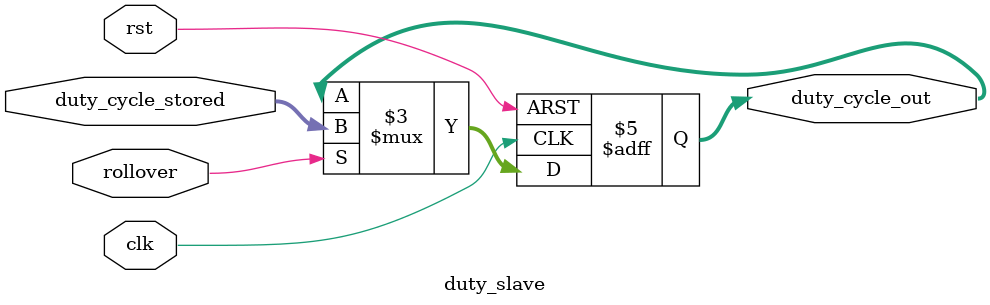
<source format=v>
`timescale 1ns / 1ps


module duty_slave(duty_cycle_out,clk,rst,duty_cycle_stored,rollover);
input clk,rst,rollover;
input [15:0]duty_cycle_stored;
output reg [15:0]duty_cycle_out;

always @(posedge clk or posedge rst) begin
  if (rst)
    duty_cycle_out <= 16'b0;
  else if (rollover)
    duty_cycle_out <= duty_cycle_stored;    // reload here, on the SAME posedge as rollover
  else
    duty_cycle_out <= duty_cycle_out;   // otherwise hold
end

endmodule

</source>
